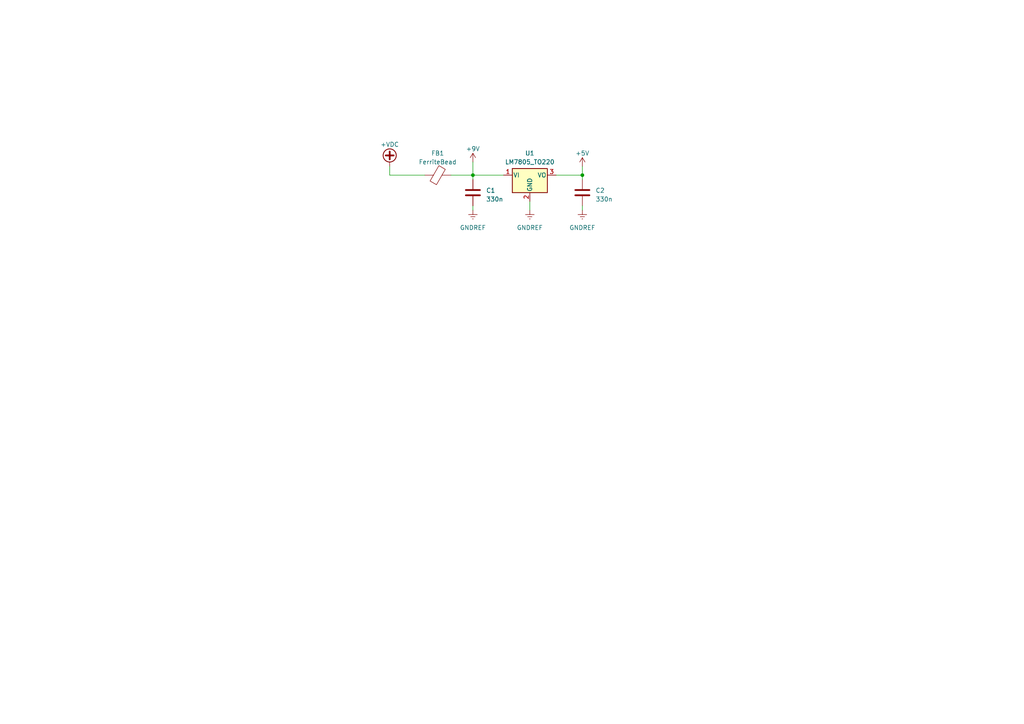
<source format=kicad_sch>
(kicad_sch (version 20230121) (generator eeschema)
  (paper "A4")
  (lib_symbols
    (symbol "Device:C" (pin_numbers hide) (pin_names (offset 0.254))
      (property "Reference" "C" (at 0.635 2.54 0))
      (property "Value" "C" (at 0.635 -2.54 0))
      (symbol "C_0_1"
        (polyline (pts (xy -2.032 -0.762) (xy 2.032 -0.762)) (stroke (width 0.508)))
        (polyline (pts (xy -2.032 0.762) (xy 2.032 0.762)) (stroke (width 0.508)))
      )
      (symbol "C_1_1"
        (pin passive line (at 0 3.81 270) (length 2.794) (name "~") (number "1"))
        (pin passive line (at 0 -3.81 90) (length 2.794) (name "~") (number "2"))
      )
    )
    (symbol "Device:FerriteBead" (pin_numbers hide) (pin_names (offset 0))
      (property "Reference" "FB" (at -3.81 0.635 90))
      (property "Value" "FerriteBead" (at 3.81 0 90))
      (symbol "FerriteBead_0_1"
        (polyline (pts (xy 0 -1.27) (xy 0 -1.2192)))
        (polyline (pts (xy 0 1.27) (xy 0 1.2954)))
        (polyline (pts (xy -2.7686 0.4064) (xy -1.7018 2.2606) (xy 2.7686 -0.3048) (xy 1.6764 -2.159) (xy -2.7686 0.4064)))
      )
      (symbol "FerriteBead_1_1"
        (pin passive line (at 0 3.81 270) (length 2.54) (name "~") (number "1"))
        (pin passive line (at 0 -3.81 90) (length 2.54) (name "~") (number "2"))
      )
    )
    (symbol "Regulator_Linear:LM7805_TO220" (pin_names (offset 0.254))
      (property "Reference" "U" (at -3.81 3.175 0))
      (property "Value" "LM7805_TO220" (at 0 3.175 0))
      (symbol "LM7805_TO220_0_1"
        (rectangle (start -5.08 1.905) (end 5.08 -5.08) (stroke (width 0.254)) (fill (type background)))
      )
      (symbol "LM7805_TO220_1_1"
        (pin power_in line (at -7.62 0 0) (length 2.54) (name "VI") (number "1"))
        (pin power_in line (at 0 -7.62 90) (length 2.54) (name "GND") (number "2"))
        (pin power_out line (at 7.62 0 180) (length 2.54) (name "VO") (number "3"))
      )
    )
    (symbol "power:+5V" (power) (pin_names (offset 0))
      (property "Value" "+5V" (at 0 3.556 0))
      (symbol "+5V_0_1"
        (polyline (pts (xy -0.762 1.27) (xy 0 2.54)))
        (polyline (pts (xy 0 0) (xy 0 2.54)))
        (polyline (pts (xy 0 2.54) (xy 0.762 1.27)))
      )
      (symbol "+5V_1_1"
        (pin power_in line (at 0 0 90) (length 0) hide (name "+5V") (number "1"))
      )
    )
    (symbol "power:+9V" (power) (pin_names (offset 0))
      (property "Value" "+9V" (at 0 3.556 0))
      (symbol "+9V_0_1"
        (polyline (pts (xy -0.762 1.27) (xy 0 2.54)))
        (polyline (pts (xy 0 0) (xy 0 2.54)))
        (polyline (pts (xy 0 2.54) (xy 0.762 1.27)))
      )
      (symbol "+9V_1_1"
        (pin power_in line (at 0 0 90) (length 0) hide (name "+9V") (number "1"))
      )
    )
    (symbol "power:+VDC" (power) (pin_names (offset 0))
      (property "Value" "+VDC" (at 0 6.35 0))
      (symbol "+VDC_0_1"
        (polyline (pts (xy -1.143 3.175) (xy 1.143 3.175)) (stroke (width 0.508)))
        (polyline (pts (xy 0 0) (xy 0 1.27)))
        (polyline (pts (xy 0 2.032) (xy 0 4.318)) (stroke (width 0.508)))
        (circle (center 0 3.175) (radius 1.905) (stroke (width 0.254)))
      )
      (symbol "+VDC_1_1"
        (pin power_in line (at 0 0 90) (length 0) hide (name "+VDC") (number "1"))
      )
    )
    (symbol "power:GNDREF" (power) (pin_names (offset 0))
      (property "Value" "GNDREF" (at 0 -3.81 0))
      (symbol "GNDREF_0_1"
        (polyline (pts (xy -0.635 -1.905) (xy 0.635 -1.905)))
        (polyline (pts (xy -0.127 -2.54) (xy 0.127 -2.54)))
        (polyline (pts (xy 0 -1.27) (xy 0 0)))
        (polyline (pts (xy 1.27 -1.27) (xy -1.27 -1.27)))
      )
      (symbol "GNDREF_1_1"
        (pin power_in line (at 0 0 270) (length 0) hide (name "GNDREF") (number "1"))
      )
    )
  )
  (junction (at 168.91 50.8))
  (junction (at 137.16 50.8))
  (wire (pts (xy 161.29 50.8) (xy 168.91 50.8)))
  (wire (pts (xy 113.03 50.8) (xy 123.19 50.8)))
  (wire (pts (xy 137.16 50.8) (xy 146.05 50.8)))
  (wire (pts (xy 137.16 59.69) (xy 137.16 60.96)))
  (wire (pts (xy 168.91 59.69) (xy 168.91 60.96)))
  (wire (pts (xy 168.91 48.26) (xy 168.91 50.8)))
  (wire (pts (xy 113.03 48.26) (xy 113.03 50.8)))
  (wire (pts (xy 130.81 50.8) (xy 137.16 50.8)))
  (wire (pts (xy 137.16 52.07) (xy 137.16 50.8)))
  (wire (pts (xy 168.91 50.8) (xy 168.91 52.07)))
  (wire (pts (xy 153.67 58.42) (xy 153.67 60.96)))
  (wire (pts (xy 137.16 46.99) (xy 137.16 50.8)))
  (symbol (lib_id "power:+VDC") (at 113.03 48.26 0) (unit 1)
    (property "Reference" "#PWR07" (effects hide))
    (property "Value" "+VDC" (at 113.03 41.91 0))
    (instances (project "pcb_design" (path "" (reference "#PWR07") (unit 1)) (path "" (reference "#PWR02") (unit 1))))
  )
  (symbol (lib_id "Device:C") (at 168.91 55.88 0) (unit 1)
    (property "Reference" "C2" (at 172.72 55.245 0) (effects (justify left)))
    (property "Value" "330n" (at 172.72 57.785 0) (effects (justify left)))
    (property "Footprint" "Capacitor_SMD:C_1206_3216Metric" (effects hide))
  )
  (symbol (lib_id "power:GNDREF") (at 153.67 60.96 0) (unit 1)
    (property "Reference" "#PWR02" (effects hide))
    (property "Value" "GNDREF" (at 153.67 66.04 0))
    (instances (project "pcb_design" (path "" (reference "#PWR02") (unit 1)) (path "" (reference "#PWR06") (unit 1))))
  )
  (symbol (lib_id "power:GNDREF") (at 137.16 60.96 0) (unit 1)
    (property "Reference" "#PWR03" (effects hide))
    (property "Value" "GNDREF" (at 137.16 66.04 0))
    (instances (project "pcb_design" (path "" (reference "#PWR03") (unit 1)) (path "" (reference "#PWR05") (unit 1))))
  )
  (symbol (lib_id "Device:FerriteBead") (at 127 50.8 90) (unit 1)
    (property "Reference" "FB1" (at 126.9492 44.45 90))
    (property "Value" "FerriteBead" (at 126.9492 46.99 90))
    (property "Footprint" "Inductor_SMD:L_1210_3225Metric" (effects hide))
  )
  (symbol (lib_id "power:GNDREF") (at 168.91 60.96 0) (unit 1)
    (property "Reference" "#PWR04" (effects hide))
    (property "Value" "GNDREF" (at 168.91 66.04 0))
    (instances (project "pcb_design" (path "" (reference "#PWR04") (unit 1)) (path "" (reference "#PWR07") (unit 1))))
  )
  (symbol (lib_id "power:+5V") (at 168.91 48.26 0) (unit 1)
    (property "Reference" "#PWR05" (effects hide))
    (property "Value" "+5V" (at 168.91 44.45 0))
    (instances (project "pcb_design" (path "" (reference "#PWR05") (unit 1)) (path "" (reference "#PWR03") (unit 1))))
  )
  (symbol (lib_id "Device:C") (at 137.16 55.88 0) (unit 1)
    (property "Reference" "C1" (at 140.97 55.245 0) (effects (justify left)))
    (property "Value" "330n" (at 140.97 57.785 0) (effects (justify left)))
    (property "Footprint" "Capacitor_SMD:C_1206_3216Metric" (effects hide))
  )
  (symbol (lib_id "power:+9V") (at 137.16 46.99 0) (unit 1)
    (property "Reference" "#PWR06" (effects hide))
    (property "Value" "+9V" (at 137.16 43.18 0))
    (instances (project "pcb_design" (path "" (reference "#PWR06") (unit 1)) (path "" (reference "#PWR01") (unit 1))))
  )
  (symbol (lib_id "Regulator_Linear:LM7805_TO220") (at 153.67 50.8 0) (unit 1)
    (property "Reference" "U1" (at 153.67 44.45 0))
    (property "Value" "LM7805_TO220" (at 153.67 46.99 0))
    (property "Footprint" "Package_TO_SOT_THT:TO-220-3_Vertical" (effects hide))
    (property "Datasheet" "https://www.onsemi.cn/PowerSolutions/document/MC7800-D.PDF" (effects hide))
  )
)
</source>
